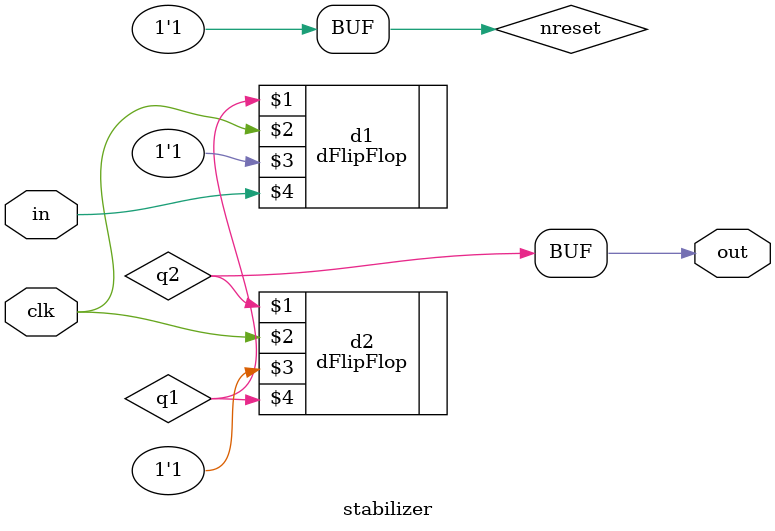
<source format=v>
`timescale 1ns / 1ps


module stabilizer(
    output out,
    input in,
    input clk
    );
    
    assign nreset = 1;
    assign out = q2;
    
    dFlipFlop d1(q1, clk,nreset,in);
    dFlipFlop d2(q2, clk,nreset,q1);
    
endmodule

</source>
